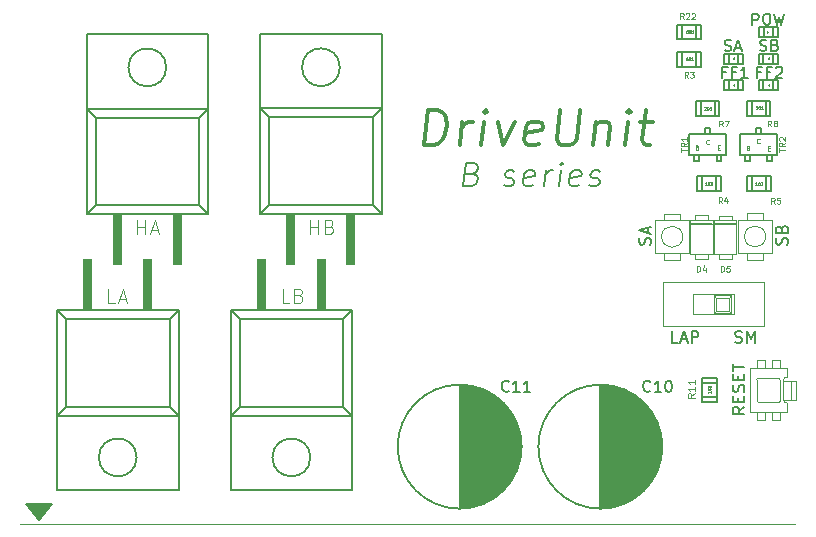
<source format=gbr>
%TF.GenerationSoftware,KiCad,Pcbnew,(5.1.10)-1*%
%TF.CreationDate,2022-09-21T12:49:22+09:00*%
%TF.ProjectId,(KiCad)DriveUnit_B-series(ver2.0),284b6943-6164-4294-9472-697665556e69,rev?*%
%TF.SameCoordinates,Original*%
%TF.FileFunction,Legend,Top*%
%TF.FilePolarity,Positive*%
%FSLAX46Y46*%
G04 Gerber Fmt 4.6, Leading zero omitted, Abs format (unit mm)*
G04 Created by KiCad (PCBNEW (5.1.10)-1) date 2022-09-21 12:49:22*
%MOMM*%
%LPD*%
G01*
G04 APERTURE LIST*
%ADD10C,0.070000*%
%ADD11C,0.200000*%
%ADD12C,0.300000*%
%ADD13C,0.150000*%
%ADD14C,0.050000*%
%ADD15C,0.100000*%
%ADD16C,0.152400*%
%ADD17C,0.127000*%
%ADD18C,0.020320*%
%ADD19C,0.032000*%
G04 APERTURE END LIST*
D10*
X175020952Y-101646190D02*
X175020952Y-101146190D01*
X175140000Y-101146190D01*
X175211428Y-101170000D01*
X175259047Y-101217619D01*
X175282857Y-101265238D01*
X175306666Y-101360476D01*
X175306666Y-101431904D01*
X175282857Y-101527142D01*
X175259047Y-101574761D01*
X175211428Y-101622380D01*
X175140000Y-101646190D01*
X175020952Y-101646190D01*
X175759047Y-101146190D02*
X175520952Y-101146190D01*
X175497142Y-101384285D01*
X175520952Y-101360476D01*
X175568571Y-101336666D01*
X175687619Y-101336666D01*
X175735238Y-101360476D01*
X175759047Y-101384285D01*
X175782857Y-101431904D01*
X175782857Y-101550952D01*
X175759047Y-101598571D01*
X175735238Y-101622380D01*
X175687619Y-101646190D01*
X175568571Y-101646190D01*
X175520952Y-101622380D01*
X175497142Y-101598571D01*
X173010952Y-101646190D02*
X173010952Y-101146190D01*
X173130000Y-101146190D01*
X173201428Y-101170000D01*
X173249047Y-101217619D01*
X173272857Y-101265238D01*
X173296666Y-101360476D01*
X173296666Y-101431904D01*
X173272857Y-101527142D01*
X173249047Y-101574761D01*
X173201428Y-101622380D01*
X173130000Y-101646190D01*
X173010952Y-101646190D01*
X173725238Y-101312857D02*
X173725238Y-101646190D01*
X173606190Y-101122380D02*
X173487142Y-101479523D01*
X173796666Y-101479523D01*
D11*
G36*
X117300000Y-122690000D02*
G01*
X116220000Y-121320000D01*
X118360000Y-121320000D01*
X117300000Y-122690000D01*
G37*
X117300000Y-122690000D02*
X116220000Y-121320000D01*
X118360000Y-121320000D01*
X117300000Y-122690000D01*
X153991488Y-93367142D02*
X154265297Y-93462380D01*
X154348630Y-93557619D01*
X154420059Y-93748095D01*
X154384345Y-94033809D01*
X154265297Y-94224285D01*
X154158154Y-94319523D01*
X153955773Y-94414761D01*
X153193869Y-94414761D01*
X153443869Y-92414761D01*
X154110535Y-92414761D01*
X154289107Y-92510000D01*
X154372440Y-92605238D01*
X154443869Y-92795714D01*
X154420059Y-92986190D01*
X154301011Y-93176666D01*
X154193869Y-93271904D01*
X153991488Y-93367142D01*
X153324821Y-93367142D01*
X156634345Y-94319523D02*
X156812916Y-94414761D01*
X157193869Y-94414761D01*
X157396250Y-94319523D01*
X157515297Y-94129047D01*
X157527202Y-94033809D01*
X157455773Y-93843333D01*
X157277202Y-93748095D01*
X156991488Y-93748095D01*
X156812916Y-93652857D01*
X156741488Y-93462380D01*
X156753392Y-93367142D01*
X156872440Y-93176666D01*
X157074821Y-93081428D01*
X157360535Y-93081428D01*
X157539107Y-93176666D01*
X159110535Y-94319523D02*
X158908154Y-94414761D01*
X158527202Y-94414761D01*
X158348630Y-94319523D01*
X158277202Y-94129047D01*
X158372440Y-93367142D01*
X158491488Y-93176666D01*
X158693869Y-93081428D01*
X159074821Y-93081428D01*
X159253392Y-93176666D01*
X159324821Y-93367142D01*
X159301011Y-93557619D01*
X158324821Y-93748095D01*
X160051011Y-94414761D02*
X160217678Y-93081428D01*
X160170059Y-93462380D02*
X160289107Y-93271904D01*
X160396250Y-93176666D01*
X160598630Y-93081428D01*
X160789107Y-93081428D01*
X161289107Y-94414761D02*
X161455773Y-93081428D01*
X161539107Y-92414761D02*
X161431964Y-92510000D01*
X161515297Y-92605238D01*
X161622440Y-92510000D01*
X161539107Y-92414761D01*
X161515297Y-92605238D01*
X163015297Y-94319523D02*
X162812916Y-94414761D01*
X162431964Y-94414761D01*
X162253392Y-94319523D01*
X162181964Y-94129047D01*
X162277202Y-93367142D01*
X162396250Y-93176666D01*
X162598630Y-93081428D01*
X162979583Y-93081428D01*
X163158154Y-93176666D01*
X163229583Y-93367142D01*
X163205773Y-93557619D01*
X162229583Y-93748095D01*
X163872440Y-94319523D02*
X164051011Y-94414761D01*
X164431964Y-94414761D01*
X164634345Y-94319523D01*
X164753392Y-94129047D01*
X164765297Y-94033809D01*
X164693869Y-93843333D01*
X164515297Y-93748095D01*
X164229583Y-93748095D01*
X164051011Y-93652857D01*
X163979583Y-93462380D01*
X163991488Y-93367142D01*
X164110535Y-93176666D01*
X164312916Y-93081428D01*
X164598630Y-93081428D01*
X164777202Y-93176666D01*
D12*
X149895089Y-90947142D02*
X150270089Y-87947142D01*
X150984375Y-87947142D01*
X151395089Y-88090000D01*
X151645089Y-88375714D01*
X151752232Y-88661428D01*
X151823660Y-89232857D01*
X151770089Y-89661428D01*
X151555803Y-90232857D01*
X151377232Y-90518571D01*
X151055803Y-90804285D01*
X150609375Y-90947142D01*
X149895089Y-90947142D01*
X152895089Y-90947142D02*
X153145089Y-88947142D01*
X153073660Y-89518571D02*
X153252232Y-89232857D01*
X153412946Y-89090000D01*
X153716517Y-88947142D01*
X154002232Y-88947142D01*
X154752232Y-90947142D02*
X155002232Y-88947142D01*
X155127232Y-87947142D02*
X154966517Y-88090000D01*
X155091517Y-88232857D01*
X155252232Y-88090000D01*
X155127232Y-87947142D01*
X155091517Y-88232857D01*
X156145089Y-88947142D02*
X156609375Y-90947142D01*
X157573660Y-88947142D01*
X159627232Y-90804285D02*
X159323660Y-90947142D01*
X158752232Y-90947142D01*
X158484375Y-90804285D01*
X158377232Y-90518571D01*
X158520089Y-89375714D01*
X158698660Y-89090000D01*
X159002232Y-88947142D01*
X159573660Y-88947142D01*
X159841517Y-89090000D01*
X159948660Y-89375714D01*
X159912946Y-89661428D01*
X158448660Y-89947142D01*
X161412946Y-87947142D02*
X161109375Y-90375714D01*
X161216517Y-90661428D01*
X161341517Y-90804285D01*
X161609375Y-90947142D01*
X162180803Y-90947142D01*
X162484375Y-90804285D01*
X162645089Y-90661428D01*
X162823660Y-90375714D01*
X163127232Y-87947142D01*
X164430803Y-88947142D02*
X164180803Y-90947142D01*
X164395089Y-89232857D02*
X164555803Y-89090000D01*
X164859375Y-88947142D01*
X165287946Y-88947142D01*
X165555803Y-89090000D01*
X165662946Y-89375714D01*
X165466517Y-90947142D01*
X166895089Y-90947142D02*
X167145089Y-88947142D01*
X167270089Y-87947142D02*
X167109375Y-88090000D01*
X167234375Y-88232857D01*
X167395089Y-88090000D01*
X167270089Y-87947142D01*
X167234375Y-88232857D01*
X168145089Y-88947142D02*
X169287946Y-88947142D01*
X168698660Y-87947142D02*
X168377232Y-90518571D01*
X168484375Y-90804285D01*
X168752232Y-90947142D01*
X169037946Y-90947142D01*
D13*
X176232857Y-107624761D02*
X176375714Y-107672380D01*
X176613809Y-107672380D01*
X176709047Y-107624761D01*
X176756666Y-107577142D01*
X176804285Y-107481904D01*
X176804285Y-107386666D01*
X176756666Y-107291428D01*
X176709047Y-107243809D01*
X176613809Y-107196190D01*
X176423333Y-107148571D01*
X176328095Y-107100952D01*
X176280476Y-107053333D01*
X176232857Y-106958095D01*
X176232857Y-106862857D01*
X176280476Y-106767619D01*
X176328095Y-106720000D01*
X176423333Y-106672380D01*
X176661428Y-106672380D01*
X176804285Y-106720000D01*
X177232857Y-107672380D02*
X177232857Y-106672380D01*
X177566190Y-107386666D01*
X177899523Y-106672380D01*
X177899523Y-107672380D01*
X171360952Y-107672380D02*
X170884761Y-107672380D01*
X170884761Y-106672380D01*
X171646666Y-107386666D02*
X172122857Y-107386666D01*
X171551428Y-107672380D02*
X171884761Y-106672380D01*
X172218095Y-107672380D01*
X172551428Y-107672380D02*
X172551428Y-106672380D01*
X172932380Y-106672380D01*
X173027619Y-106720000D01*
X173075238Y-106767619D01*
X173122857Y-106862857D01*
X173122857Y-107005714D01*
X173075238Y-107100952D01*
X173027619Y-107148571D01*
X172932380Y-107196190D01*
X172551428Y-107196190D01*
X177012380Y-113092380D02*
X176536190Y-113425714D01*
X177012380Y-113663809D02*
X176012380Y-113663809D01*
X176012380Y-113282857D01*
X176060000Y-113187619D01*
X176107619Y-113140000D01*
X176202857Y-113092380D01*
X176345714Y-113092380D01*
X176440952Y-113140000D01*
X176488571Y-113187619D01*
X176536190Y-113282857D01*
X176536190Y-113663809D01*
X176488571Y-112663809D02*
X176488571Y-112330476D01*
X177012380Y-112187619D02*
X177012380Y-112663809D01*
X176012380Y-112663809D01*
X176012380Y-112187619D01*
X176964761Y-111806666D02*
X177012380Y-111663809D01*
X177012380Y-111425714D01*
X176964761Y-111330476D01*
X176917142Y-111282857D01*
X176821904Y-111235238D01*
X176726666Y-111235238D01*
X176631428Y-111282857D01*
X176583809Y-111330476D01*
X176536190Y-111425714D01*
X176488571Y-111616190D01*
X176440952Y-111711428D01*
X176393333Y-111759047D01*
X176298095Y-111806666D01*
X176202857Y-111806666D01*
X176107619Y-111759047D01*
X176060000Y-111711428D01*
X176012380Y-111616190D01*
X176012380Y-111378095D01*
X176060000Y-111235238D01*
X176488571Y-110806666D02*
X176488571Y-110473333D01*
X177012380Y-110330476D02*
X177012380Y-110806666D01*
X176012380Y-110806666D01*
X176012380Y-110330476D01*
X176012380Y-110044761D02*
X176012380Y-109473333D01*
X177012380Y-109759047D02*
X176012380Y-109759047D01*
D14*
X115661100Y-123003600D02*
X181341100Y-123003600D01*
D13*
X177684790Y-80758361D02*
X177684790Y-79808361D01*
X178046695Y-79808361D01*
X178137171Y-79853600D01*
X178182409Y-79898838D01*
X178227647Y-79989314D01*
X178227647Y-80125028D01*
X178182409Y-80215504D01*
X178137171Y-80260742D01*
X178046695Y-80305980D01*
X177684790Y-80305980D01*
X178815742Y-79808361D02*
X178996695Y-79808361D01*
X179087171Y-79853600D01*
X179177647Y-79944076D01*
X179222885Y-80125028D01*
X179222885Y-80441695D01*
X179177647Y-80622647D01*
X179087171Y-80713123D01*
X178996695Y-80758361D01*
X178815742Y-80758361D01*
X178725266Y-80713123D01*
X178634790Y-80622647D01*
X178589552Y-80441695D01*
X178589552Y-80125028D01*
X178634790Y-79944076D01*
X178725266Y-79853600D01*
X178815742Y-79808361D01*
X179539552Y-79808361D02*
X179765742Y-80758361D01*
X179946695Y-80079790D01*
X180127647Y-80758361D01*
X180353838Y-79808361D01*
X175349552Y-82913123D02*
X175485266Y-82958361D01*
X175711457Y-82958361D01*
X175801933Y-82913123D01*
X175847171Y-82867885D01*
X175892409Y-82777409D01*
X175892409Y-82686933D01*
X175847171Y-82596457D01*
X175801933Y-82551219D01*
X175711457Y-82505980D01*
X175530504Y-82460742D01*
X175440028Y-82415504D01*
X175394790Y-82370266D01*
X175349552Y-82279790D01*
X175349552Y-82189314D01*
X175394790Y-82098838D01*
X175440028Y-82053600D01*
X175530504Y-82008361D01*
X175756695Y-82008361D01*
X175892409Y-82053600D01*
X176254314Y-82686933D02*
X176706695Y-82686933D01*
X176163838Y-82958361D02*
X176480504Y-82008361D01*
X176797171Y-82958361D01*
X178339552Y-82913123D02*
X178475266Y-82958361D01*
X178701457Y-82958361D01*
X178791933Y-82913123D01*
X178837171Y-82867885D01*
X178882409Y-82777409D01*
X178882409Y-82686933D01*
X178837171Y-82596457D01*
X178791933Y-82551219D01*
X178701457Y-82505980D01*
X178520504Y-82460742D01*
X178430028Y-82415504D01*
X178384790Y-82370266D01*
X178339552Y-82279790D01*
X178339552Y-82189314D01*
X178384790Y-82098838D01*
X178430028Y-82053600D01*
X178520504Y-82008361D01*
X178746695Y-82008361D01*
X178882409Y-82053600D01*
X179606219Y-82460742D02*
X179741933Y-82505980D01*
X179787171Y-82551219D01*
X179832409Y-82641695D01*
X179832409Y-82777409D01*
X179787171Y-82867885D01*
X179741933Y-82913123D01*
X179651457Y-82958361D01*
X179289552Y-82958361D01*
X179289552Y-82008361D01*
X179606219Y-82008361D01*
X179696695Y-82053600D01*
X179741933Y-82098838D01*
X179787171Y-82189314D01*
X179787171Y-82279790D01*
X179741933Y-82370266D01*
X179696695Y-82415504D01*
X179606219Y-82460742D01*
X179289552Y-82460742D01*
X175471457Y-84760742D02*
X175154790Y-84760742D01*
X175154790Y-85258361D02*
X175154790Y-84308361D01*
X175607171Y-84308361D01*
X176285742Y-84760742D02*
X175969076Y-84760742D01*
X175969076Y-85258361D02*
X175969076Y-84308361D01*
X176421457Y-84308361D01*
X177280980Y-85258361D02*
X176738123Y-85258361D01*
X177009552Y-85258361D02*
X177009552Y-84308361D01*
X176919076Y-84444076D01*
X176828600Y-84534552D01*
X176738123Y-84579790D01*
X178401457Y-84760742D02*
X178084790Y-84760742D01*
X178084790Y-85258361D02*
X178084790Y-84308361D01*
X178537171Y-84308361D01*
X179215742Y-84760742D02*
X178899076Y-84760742D01*
X178899076Y-85258361D02*
X178899076Y-84308361D01*
X179351457Y-84308361D01*
X179668123Y-84398838D02*
X179713361Y-84353600D01*
X179803838Y-84308361D01*
X180030028Y-84308361D01*
X180120504Y-84353600D01*
X180165742Y-84398838D01*
X180210980Y-84489314D01*
X180210980Y-84579790D01*
X180165742Y-84715504D01*
X179622885Y-85258361D01*
X180210980Y-85258361D01*
D15*
%TO.C,LED5*%
G36*
X179153600Y-85726600D02*
G01*
X179153600Y-85980600D01*
X178899600Y-85853600D01*
X179153600Y-85726600D01*
G37*
D16*
X179426100Y-85453600D02*
X179426100Y-86253600D01*
X178626100Y-85453600D02*
X178626100Y-86253600D01*
X179826100Y-86253600D02*
X179826100Y-85453600D01*
X179426100Y-86253600D02*
X179826100Y-86253600D01*
X178626100Y-86253600D02*
X179426100Y-86253600D01*
X178226100Y-86253600D02*
X178626100Y-86253600D01*
X178226100Y-85453600D02*
X178226100Y-86253600D01*
X178626100Y-85453600D02*
X178226100Y-85453600D01*
X179426100Y-85453600D02*
X178626100Y-85453600D01*
X179826100Y-85453600D02*
X179426100Y-85453600D01*
D17*
%TO.C,HA*%
X128061100Y-84353600D02*
G75*
G03*
X128061100Y-84353600I-1600000J0D01*
G01*
X131604600Y-81559600D02*
X131604600Y-87833400D01*
X121317600Y-81559600D02*
X131604600Y-81559600D01*
X121317600Y-87833400D02*
X121317600Y-81559600D01*
X131604600Y-96799600D02*
X130842600Y-96037600D01*
X131604600Y-87833400D02*
X130842600Y-88595400D01*
X121317600Y-96799600D02*
X122079600Y-96037600D01*
X121317600Y-87833400D02*
X122079600Y-88595400D01*
X130842600Y-88595400D02*
X122079600Y-88595400D01*
X130842600Y-96037600D02*
X130842600Y-88595400D01*
X122079600Y-96037600D02*
X130842600Y-96037600D01*
X122079600Y-88595400D02*
X122079600Y-96037600D01*
X121317600Y-87833400D02*
X121317600Y-96799600D01*
X131604600Y-87833400D02*
X121317600Y-87833400D01*
X131604600Y-96799600D02*
X131604600Y-87833400D01*
X121317600Y-96799600D02*
X131604600Y-96799600D01*
D15*
G36*
X128620100Y-101117600D02*
G01*
X129382100Y-101117600D01*
X129382100Y-96799600D01*
X128620100Y-96799600D01*
X128620100Y-101117600D01*
G37*
G36*
X123540100Y-101117600D02*
G01*
X124302100Y-101117600D01*
X124302100Y-96799600D01*
X123540100Y-96799600D01*
X123540100Y-101117600D01*
G37*
D17*
%TO.C,HB*%
X142761100Y-84343600D02*
G75*
G03*
X142761100Y-84343600I-1600000J0D01*
G01*
X146304600Y-81549600D02*
X146304600Y-87823400D01*
X136017600Y-81549600D02*
X146304600Y-81549600D01*
X136017600Y-87823400D02*
X136017600Y-81549600D01*
X146304600Y-96789600D02*
X145542600Y-96027600D01*
X146304600Y-87823400D02*
X145542600Y-88585400D01*
X136017600Y-96789600D02*
X136779600Y-96027600D01*
X136017600Y-87823400D02*
X136779600Y-88585400D01*
X145542600Y-88585400D02*
X136779600Y-88585400D01*
X145542600Y-96027600D02*
X145542600Y-88585400D01*
X136779600Y-96027600D02*
X145542600Y-96027600D01*
X136779600Y-88585400D02*
X136779600Y-96027600D01*
X136017600Y-87823400D02*
X136017600Y-96789600D01*
X146304600Y-87823400D02*
X136017600Y-87823400D01*
X146304600Y-96789600D02*
X146304600Y-87823400D01*
X136017600Y-96789600D02*
X146304600Y-96789600D01*
D15*
G36*
X143320100Y-101107600D02*
G01*
X144082100Y-101107600D01*
X144082100Y-96789600D01*
X143320100Y-96789600D01*
X143320100Y-101107600D01*
G37*
G36*
X138240100Y-101107600D02*
G01*
X139002100Y-101107600D01*
X139002100Y-96789600D01*
X138240100Y-96789600D01*
X138240100Y-101107600D01*
G37*
D17*
%TO.C,LA*%
X125561100Y-117373600D02*
G75*
G03*
X125561100Y-117373600I-1600000J0D01*
G01*
X118817600Y-120167600D02*
X118817600Y-113893800D01*
X129104600Y-120167600D02*
X118817600Y-120167600D01*
X129104600Y-113893800D02*
X129104600Y-120167600D01*
X118817600Y-104927600D02*
X119579600Y-105689600D01*
X118817600Y-113893800D02*
X119579600Y-113131800D01*
X129104600Y-104927600D02*
X128342600Y-105689600D01*
X129104600Y-113893800D02*
X128342600Y-113131800D01*
X119579600Y-113131800D02*
X128342600Y-113131800D01*
X119579600Y-105689600D02*
X119579600Y-113131800D01*
X128342600Y-105689600D02*
X119579600Y-105689600D01*
X128342600Y-113131800D02*
X128342600Y-105689600D01*
X129104600Y-113893800D02*
X129104600Y-104927600D01*
X118817600Y-113893800D02*
X129104600Y-113893800D01*
X118817600Y-104927600D02*
X118817600Y-113893800D01*
X129104600Y-104927600D02*
X118817600Y-104927600D01*
D15*
G36*
X121802100Y-100609600D02*
G01*
X121040100Y-100609600D01*
X121040100Y-104927600D01*
X121802100Y-104927600D01*
X121802100Y-100609600D01*
G37*
G36*
X126882100Y-100609600D02*
G01*
X126120100Y-100609600D01*
X126120100Y-104927600D01*
X126882100Y-104927600D01*
X126882100Y-100609600D01*
G37*
D17*
%TO.C,LB*%
X140261100Y-117373600D02*
G75*
G03*
X140261100Y-117373600I-1600000J0D01*
G01*
X133517600Y-120167600D02*
X133517600Y-113893800D01*
X143804600Y-120167600D02*
X133517600Y-120167600D01*
X143804600Y-113893800D02*
X143804600Y-120167600D01*
X133517600Y-104927600D02*
X134279600Y-105689600D01*
X133517600Y-113893800D02*
X134279600Y-113131800D01*
X143804600Y-104927600D02*
X143042600Y-105689600D01*
X143804600Y-113893800D02*
X143042600Y-113131800D01*
X134279600Y-113131800D02*
X143042600Y-113131800D01*
X134279600Y-105689600D02*
X134279600Y-113131800D01*
X143042600Y-105689600D02*
X134279600Y-105689600D01*
X143042600Y-113131800D02*
X143042600Y-105689600D01*
X143804600Y-113893800D02*
X143804600Y-104927600D01*
X133517600Y-113893800D02*
X143804600Y-113893800D01*
X133517600Y-104927600D02*
X133517600Y-113893800D01*
X143804600Y-104927600D02*
X133517600Y-104927600D01*
D15*
G36*
X136502100Y-100609600D02*
G01*
X135740100Y-100609600D01*
X135740100Y-104927600D01*
X136502100Y-104927600D01*
X136502100Y-100609600D01*
G37*
G36*
X141582100Y-100609600D02*
G01*
X140820100Y-100609600D01*
X140820100Y-104927600D01*
X141582100Y-104927600D01*
X141582100Y-100609600D01*
G37*
%TO.C,C10*%
G36*
X164821100Y-111213600D02*
G01*
X164821100Y-121713600D01*
X165305509Y-121691204D01*
X165785785Y-121624209D01*
X166257831Y-121513185D01*
X166717619Y-121359079D01*
X167161226Y-121163207D01*
X167584869Y-120927240D01*
X167984932Y-120653190D01*
X168358002Y-120343397D01*
X168700897Y-120000502D01*
X169010690Y-119627432D01*
X169284740Y-119227369D01*
X169520707Y-118803726D01*
X169716579Y-118360119D01*
X169870685Y-117900331D01*
X169981709Y-117428285D01*
X170071100Y-116463600D01*
X170048704Y-115979191D01*
X169981709Y-115498915D01*
X169870685Y-115026869D01*
X169716579Y-114567081D01*
X169520707Y-114123474D01*
X169284740Y-113699831D01*
X169010690Y-113299768D01*
X168700897Y-112926698D01*
X168358002Y-112583803D01*
X167984932Y-112274010D01*
X167584869Y-111999960D01*
X167161226Y-111763993D01*
X166717619Y-111568121D01*
X166257831Y-111414015D01*
X165785785Y-111302991D01*
X165305509Y-111235996D01*
X164821100Y-111213600D01*
G37*
D16*
X164821100Y-121713600D02*
X164821100Y-111213600D01*
D11*
X170071100Y-116463600D02*
G75*
G03*
X170071100Y-116463600I-5250000J0D01*
G01*
D15*
%TO.C,C11*%
G36*
X152910000Y-111213600D02*
G01*
X152910000Y-121713600D01*
X153394409Y-121691204D01*
X153874685Y-121624209D01*
X154346731Y-121513185D01*
X154806519Y-121359079D01*
X155250126Y-121163207D01*
X155673769Y-120927240D01*
X156073832Y-120653190D01*
X156446902Y-120343397D01*
X156789797Y-120000502D01*
X157099590Y-119627432D01*
X157373640Y-119227369D01*
X157609607Y-118803726D01*
X157805479Y-118360119D01*
X157959585Y-117900331D01*
X158070609Y-117428285D01*
X158160000Y-116463600D01*
X158137604Y-115979191D01*
X158070609Y-115498915D01*
X157959585Y-115026869D01*
X157805479Y-114567081D01*
X157609607Y-114123474D01*
X157373640Y-113699831D01*
X157099590Y-113299768D01*
X156789797Y-112926698D01*
X156446902Y-112583803D01*
X156073832Y-112274010D01*
X155673769Y-111999960D01*
X155250126Y-111763993D01*
X154806519Y-111568121D01*
X154346731Y-111414015D01*
X153874685Y-111302991D01*
X153394409Y-111235996D01*
X152910000Y-111213600D01*
G37*
D16*
X152910000Y-121713600D02*
X152910000Y-111213600D01*
D11*
X158160000Y-116463600D02*
G75*
G03*
X158160000Y-116463600I-5250000J0D01*
G01*
D16*
%TO.C,D4*%
X174291100Y-97596100D02*
X172491100Y-97596100D01*
D14*
X172841100Y-97233600D02*
X172441100Y-97233600D01*
X173941100Y-97233600D02*
X172841100Y-97233600D01*
X174341100Y-97233600D02*
X173941100Y-97233600D01*
X173941100Y-100533600D02*
X173941100Y-100133600D01*
X172841100Y-100533600D02*
X173941100Y-100533600D01*
X172841100Y-100133600D02*
X172841100Y-100533600D01*
X173941100Y-100133600D02*
X172841100Y-100133600D01*
X172841100Y-96883600D02*
X173941100Y-96883600D01*
X172841100Y-97233600D02*
X172841100Y-96883600D01*
X173941100Y-96883600D02*
X173941100Y-97233600D01*
X172441100Y-100133600D02*
X172441100Y-97233600D01*
X172841100Y-100133600D02*
X172441100Y-100133600D01*
X174341100Y-100133600D02*
X173941100Y-100133600D01*
X174341100Y-97233600D02*
X174341100Y-100133600D01*
D16*
%TO.C,D5*%
X176291100Y-97616100D02*
X174491100Y-97616100D01*
D14*
X174841100Y-97253600D02*
X174441100Y-97253600D01*
X175941100Y-97253600D02*
X174841100Y-97253600D01*
X176341100Y-97253600D02*
X175941100Y-97253600D01*
X175941100Y-100553600D02*
X175941100Y-100153600D01*
X174841100Y-100553600D02*
X175941100Y-100553600D01*
X174841100Y-100153600D02*
X174841100Y-100553600D01*
X175941100Y-100153600D02*
X174841100Y-100153600D01*
X174841100Y-96903600D02*
X175941100Y-96903600D01*
X174841100Y-97253600D02*
X174841100Y-96903600D01*
X175941100Y-96903600D02*
X175941100Y-97253600D01*
X174441100Y-100153600D02*
X174441100Y-97253600D01*
X174841100Y-100153600D02*
X174441100Y-100153600D01*
X176341100Y-100153600D02*
X175941100Y-100153600D01*
X176341100Y-97253600D02*
X176341100Y-100153600D01*
D15*
%TO.C,LED1*%
G36*
X176213600Y-83506600D02*
G01*
X176213600Y-83760600D01*
X175959600Y-83633600D01*
X176213600Y-83506600D01*
G37*
D16*
X176486100Y-83233600D02*
X176486100Y-84033600D01*
X175686100Y-83233600D02*
X175686100Y-84033600D01*
X176886100Y-84033600D02*
X176886100Y-83233600D01*
X176486100Y-84033600D02*
X176886100Y-84033600D01*
X175686100Y-84033600D02*
X176486100Y-84033600D01*
X175286100Y-84033600D02*
X175686100Y-84033600D01*
X175286100Y-83233600D02*
X175286100Y-84033600D01*
X175686100Y-83233600D02*
X175286100Y-83233600D01*
X176486100Y-83233600D02*
X175686100Y-83233600D01*
X176886100Y-83233600D02*
X176486100Y-83233600D01*
D15*
%TO.C,LED2*%
G36*
X179153600Y-83506600D02*
G01*
X179153600Y-83760600D01*
X178899600Y-83633600D01*
X179153600Y-83506600D01*
G37*
D16*
X179426100Y-83233600D02*
X179426100Y-84033600D01*
X178626100Y-83233600D02*
X178626100Y-84033600D01*
X179826100Y-84033600D02*
X179826100Y-83233600D01*
X179426100Y-84033600D02*
X179826100Y-84033600D01*
X178626100Y-84033600D02*
X179426100Y-84033600D01*
X178226100Y-84033600D02*
X178626100Y-84033600D01*
X178226100Y-83233600D02*
X178226100Y-84033600D01*
X178626100Y-83233600D02*
X178226100Y-83233600D01*
X179426100Y-83233600D02*
X178626100Y-83233600D01*
X179826100Y-83233600D02*
X179426100Y-83233600D01*
D15*
%TO.C,LED3*%
G36*
X178928600Y-81500600D02*
G01*
X178928600Y-81246600D01*
X179182600Y-81373600D01*
X178928600Y-81500600D01*
G37*
D16*
X178656100Y-81773600D02*
X178656100Y-80973600D01*
X179456100Y-81773600D02*
X179456100Y-80973600D01*
X178256100Y-80973600D02*
X178256100Y-81773600D01*
X178656100Y-80973600D02*
X178256100Y-80973600D01*
X179456100Y-80973600D02*
X178656100Y-80973600D01*
X179856100Y-80973600D02*
X179456100Y-80973600D01*
X179856100Y-81773600D02*
X179856100Y-80973600D01*
X179456100Y-81773600D02*
X179856100Y-81773600D01*
X178656100Y-81773600D02*
X179456100Y-81773600D01*
X178256100Y-81773600D02*
X178656100Y-81773600D01*
D15*
%TO.C,LED4*%
G36*
X176213600Y-85726600D02*
G01*
X176213600Y-85980600D01*
X175959600Y-85853600D01*
X176213600Y-85726600D01*
G37*
D16*
X176486100Y-85453600D02*
X176486100Y-86253600D01*
X175686100Y-85453600D02*
X175686100Y-86253600D01*
X176886100Y-86253600D02*
X176886100Y-85453600D01*
X176486100Y-86253600D02*
X176886100Y-86253600D01*
X175686100Y-86253600D02*
X176486100Y-86253600D01*
X175286100Y-86253600D02*
X175686100Y-86253600D01*
X175286100Y-85453600D02*
X175286100Y-86253600D01*
X175686100Y-85453600D02*
X175286100Y-85453600D01*
X176486100Y-85453600D02*
X175686100Y-85453600D01*
X176886100Y-85453600D02*
X176486100Y-85453600D01*
D17*
%TO.C,R11*%
X173435000Y-111070000D02*
X174685000Y-111070000D01*
X173435000Y-112270000D02*
X174685000Y-112270000D01*
X173435000Y-112670000D02*
X174685000Y-112670000D01*
X173435000Y-112270000D02*
X173435000Y-112670000D01*
X173435000Y-111070000D02*
X173435000Y-112270000D01*
X173435000Y-110670000D02*
X173435000Y-111070000D01*
X174685000Y-110670000D02*
X173435000Y-110670000D01*
X174685000Y-111070000D02*
X174685000Y-110670000D01*
X174685000Y-112270000D02*
X174685000Y-111070000D01*
X174685000Y-112670000D02*
X174685000Y-112270000D01*
%TO.C,R22*%
X172941100Y-80728600D02*
X172941100Y-81978600D01*
X171741100Y-80728600D02*
X171741100Y-81978600D01*
X171341100Y-80728600D02*
X171341100Y-81978600D01*
X171741100Y-80728600D02*
X171341100Y-80728600D01*
X172941100Y-80728600D02*
X171741100Y-80728600D01*
X173341100Y-80728600D02*
X172941100Y-80728600D01*
X173341100Y-81978600D02*
X173341100Y-80728600D01*
X172941100Y-81978600D02*
X173341100Y-81978600D01*
X171741100Y-81978600D02*
X172941100Y-81978600D01*
X171341100Y-81978600D02*
X171741100Y-81978600D01*
%TO.C,R3*%
X172911100Y-83038600D02*
X172911100Y-84288600D01*
X171711100Y-83038600D02*
X171711100Y-84288600D01*
X171311100Y-83038600D02*
X171311100Y-84288600D01*
X171711100Y-83038600D02*
X171311100Y-83038600D01*
X172911100Y-83038600D02*
X171711100Y-83038600D01*
X173311100Y-83038600D02*
X172911100Y-83038600D01*
X173311100Y-84288600D02*
X173311100Y-83038600D01*
X172911100Y-84288600D02*
X173311100Y-84288600D01*
X171711100Y-84288600D02*
X172911100Y-84288600D01*
X171311100Y-84288600D02*
X171711100Y-84288600D01*
%TO.C,R4*%
X174621100Y-93575000D02*
X174621100Y-94825000D01*
X173421100Y-93575000D02*
X173421100Y-94825000D01*
X173021100Y-93575000D02*
X173021100Y-94825000D01*
X173421100Y-93575000D02*
X173021100Y-93575000D01*
X174621100Y-93575000D02*
X173421100Y-93575000D01*
X175021100Y-93575000D02*
X174621100Y-93575000D01*
X175021100Y-94825000D02*
X175021100Y-93575000D01*
X174621100Y-94825000D02*
X175021100Y-94825000D01*
X173421100Y-94825000D02*
X174621100Y-94825000D01*
X173021100Y-94825000D02*
X173421100Y-94825000D01*
%TO.C,R5*%
X177651100Y-94825000D02*
X177651100Y-93575000D01*
X178851100Y-94825000D02*
X178851100Y-93575000D01*
X179251100Y-94825000D02*
X179251100Y-93575000D01*
X178851100Y-94825000D02*
X179251100Y-94825000D01*
X177651100Y-94825000D02*
X178851100Y-94825000D01*
X177251100Y-94825000D02*
X177651100Y-94825000D01*
X177251100Y-93575000D02*
X177251100Y-94825000D01*
X177651100Y-93575000D02*
X177251100Y-93575000D01*
X178851100Y-93575000D02*
X177651100Y-93575000D01*
X179251100Y-93575000D02*
X178851100Y-93575000D01*
%TO.C,R7*%
X173301100Y-88428600D02*
X173301100Y-87178600D01*
X174501100Y-88428600D02*
X174501100Y-87178600D01*
X174901100Y-88428600D02*
X174901100Y-87178600D01*
X174501100Y-88428600D02*
X174901100Y-88428600D01*
X173301100Y-88428600D02*
X174501100Y-88428600D01*
X172901100Y-88428600D02*
X173301100Y-88428600D01*
X172901100Y-87178600D02*
X172901100Y-88428600D01*
X173301100Y-87178600D02*
X172901100Y-87178600D01*
X174501100Y-87178600D02*
X173301100Y-87178600D01*
X174901100Y-87178600D02*
X174501100Y-87178600D01*
%TO.C,R8*%
X178821100Y-87178600D02*
X178821100Y-88428600D01*
X177621100Y-87178600D02*
X177621100Y-88428600D01*
X177221100Y-87178600D02*
X177221100Y-88428600D01*
X177621100Y-87178600D02*
X177221100Y-87178600D01*
X178821100Y-87178600D02*
X177621100Y-87178600D01*
X179221100Y-87178600D02*
X178821100Y-87178600D01*
X179221100Y-88428600D02*
X179221100Y-87178600D01*
X178821100Y-88428600D02*
X179221100Y-88428600D01*
X177621100Y-88428600D02*
X178821100Y-88428600D01*
X177221100Y-88428600D02*
X177621100Y-88428600D01*
D14*
%TO.C,SA*%
X171801100Y-98688600D02*
G75*
G03*
X171801100Y-98688600I-900000J0D01*
G01*
X172351100Y-100088600D02*
X172351100Y-97288600D01*
X169451100Y-100088600D02*
X169451100Y-97288600D01*
X169451100Y-97288600D02*
X172351100Y-97288600D01*
X169451100Y-100088600D02*
X172351100Y-100088600D01*
X170251100Y-96738600D02*
X170251100Y-97288600D01*
X171551100Y-96738600D02*
X170251100Y-96738600D01*
X171551100Y-97288600D02*
X171551100Y-96738600D01*
X170251100Y-97288600D02*
X171551100Y-97288600D01*
X170251100Y-100088600D02*
X170251100Y-100638600D01*
X171551100Y-100088600D02*
X170251100Y-100088600D01*
X171551100Y-100638600D02*
X171551100Y-100088600D01*
X170251100Y-100638600D02*
X171551100Y-100638600D01*
%TO.C,SB*%
X178821100Y-98668600D02*
G75*
G03*
X178821100Y-98668600I-900000J0D01*
G01*
X176471100Y-97268600D02*
X176471100Y-100068600D01*
X179371100Y-97268600D02*
X179371100Y-100068600D01*
X179371100Y-100068600D02*
X176471100Y-100068600D01*
X179371100Y-97268600D02*
X176471100Y-97268600D01*
X178571100Y-100618600D02*
X178571100Y-100068600D01*
X177271100Y-100618600D02*
X178571100Y-100618600D01*
X177271100Y-100068600D02*
X177271100Y-100618600D01*
X178571100Y-100068600D02*
X177271100Y-100068600D01*
X178571100Y-97268600D02*
X178571100Y-96718600D01*
X177271100Y-97268600D02*
X178571100Y-97268600D01*
X177271100Y-96718600D02*
X177271100Y-97268600D01*
X178571100Y-96718600D02*
X177271100Y-96718600D01*
%TO.C,SW3*%
X178076100Y-110783600D02*
X178076100Y-112583600D01*
X179926100Y-110683600D02*
X178176100Y-110683600D01*
X180026100Y-112583600D02*
X180026100Y-110783600D01*
X178176100Y-112683600D02*
X179926100Y-112683600D01*
X181001100Y-112483600D02*
X181001100Y-110883600D01*
X180313600Y-110783600D02*
X180313600Y-110883600D01*
X180601100Y-109833600D02*
X180601100Y-110596100D01*
X180601100Y-113533600D02*
X180601100Y-112771100D01*
X181001100Y-112483600D02*
X181401100Y-112483600D01*
X180313600Y-112483600D02*
X181001100Y-112483600D01*
X180313600Y-110883600D02*
X180313600Y-112483600D01*
X181401100Y-110883600D02*
X181401100Y-112483600D01*
X181001100Y-110883600D02*
X181401100Y-110883600D01*
X180313600Y-110883600D02*
X181001100Y-110883600D01*
X178076100Y-109158600D02*
X178076100Y-109833600D01*
X178751100Y-109158600D02*
X178076100Y-109158600D01*
X178751100Y-109833600D02*
X178751100Y-109158600D01*
X178076100Y-109833600D02*
X178751100Y-109833600D01*
X179351100Y-109158600D02*
X179351100Y-109833600D01*
X180026100Y-109158600D02*
X179351100Y-109158600D01*
X180026100Y-109833600D02*
X180026100Y-109158600D01*
X179351100Y-109833600D02*
X180026100Y-109833600D01*
X178076100Y-113533600D02*
X178076100Y-114208600D01*
X178751100Y-113533600D02*
X178076100Y-113533600D01*
X178751100Y-114208600D02*
X178751100Y-113533600D01*
X178076100Y-114208600D02*
X178751100Y-114208600D01*
X179351100Y-113533600D02*
X179351100Y-114208600D01*
X180026100Y-113533600D02*
X179351100Y-113533600D01*
X180026100Y-114208600D02*
X180026100Y-113533600D01*
X179351100Y-114208600D02*
X180026100Y-114208600D01*
X180026100Y-113533600D02*
X180601100Y-113533600D01*
X178751100Y-113533600D02*
X179351100Y-113533600D01*
X177501100Y-113533600D02*
X178076100Y-113533600D01*
X180026100Y-109833600D02*
X180601100Y-109833600D01*
X178751100Y-109833600D02*
X179351100Y-109833600D01*
X177501100Y-109833600D02*
X178076100Y-109833600D01*
X177501100Y-113533600D02*
X177501100Y-109833600D01*
X178176100Y-112683600D02*
G75*
G02*
X178076100Y-112583600I0J100000D01*
G01*
X178076100Y-110783600D02*
G75*
G02*
X178176100Y-110683600I100000J0D01*
G01*
X179926099Y-110683599D02*
G75*
G02*
X180026100Y-110783600I0J-100001D01*
G01*
X180026099Y-112583599D02*
G75*
G02*
X179926100Y-112683600I-100000J-1D01*
G01*
X180313600Y-110783600D02*
G75*
G02*
X180601100Y-110596100I237500J-50000D01*
G01*
X180313600Y-112483600D02*
G75*
G03*
X180601100Y-112771100I287500J0D01*
G01*
%TO.C,SW4*%
X174601100Y-103863600D02*
X174401100Y-103663600D01*
X174601100Y-104963600D02*
X174401100Y-105163600D01*
X175701100Y-103863600D02*
X175901100Y-103663600D01*
X175701100Y-104963600D02*
X175901100Y-105163600D01*
X174601100Y-104963600D02*
X175701100Y-104963600D01*
X174601100Y-103863600D02*
X174601100Y-104963600D01*
X175701100Y-103863600D02*
X174601100Y-103863600D01*
X175701100Y-104963600D02*
X175701100Y-103863600D01*
X175901100Y-105163600D02*
X175901100Y-103663600D01*
X174401100Y-105163600D02*
X175901100Y-105163600D01*
X174401100Y-103663600D02*
X174401100Y-105163600D01*
X175901100Y-103663600D02*
X174401100Y-103663600D01*
X172651100Y-105263600D02*
X176151100Y-105263600D01*
X172651100Y-103563600D02*
X172651100Y-105263600D01*
X176151100Y-103563600D02*
X172651100Y-103563600D01*
X176151100Y-105263600D02*
X176151100Y-103563600D01*
X170151100Y-106263600D02*
X178651100Y-106263600D01*
X170151100Y-102563600D02*
X170151100Y-106263600D01*
X178651100Y-102563600D02*
X170151100Y-102563600D01*
X178651100Y-106263600D02*
X178651100Y-102563600D01*
D17*
%TO.C,TR1*%
X173711100Y-89525000D02*
X173711100Y-90025000D01*
X174111100Y-89525000D02*
X173711100Y-89525000D01*
X174111100Y-90025000D02*
X174111100Y-89525000D01*
X173711100Y-90025000D02*
X174111100Y-90025000D01*
X173161100Y-91775000D02*
X172761100Y-91775000D01*
X173161100Y-92275000D02*
X173161100Y-91775000D01*
X172761100Y-92275000D02*
X173161100Y-92275000D01*
X172761100Y-91775000D02*
X172761100Y-92275000D01*
X175061100Y-91775000D02*
X174661100Y-91775000D01*
X175061100Y-92275000D02*
X175061100Y-91775000D01*
X174661100Y-92275000D02*
X175061100Y-92275000D01*
X174661100Y-91775000D02*
X174661100Y-92275000D01*
X172361100Y-90025000D02*
X172361100Y-91775000D01*
X173711100Y-90025000D02*
X172361100Y-90025000D01*
X175461100Y-90025000D02*
X174111100Y-90025000D01*
X175461100Y-91775000D02*
X175461100Y-90025000D01*
X175061100Y-91775000D02*
X175461100Y-91775000D01*
X173161100Y-91775000D02*
X174661100Y-91775000D01*
X172361100Y-91775000D02*
X172761100Y-91775000D01*
%TO.C,TR2*%
X178011100Y-89525000D02*
X178011100Y-90025000D01*
X178411100Y-89525000D02*
X178011100Y-89525000D01*
X178411100Y-90025000D02*
X178411100Y-89525000D01*
X178011100Y-90025000D02*
X178411100Y-90025000D01*
X177461100Y-91775000D02*
X177061100Y-91775000D01*
X177461100Y-92275000D02*
X177461100Y-91775000D01*
X177061100Y-92275000D02*
X177461100Y-92275000D01*
X177061100Y-91775000D02*
X177061100Y-92275000D01*
X179361100Y-91775000D02*
X178961100Y-91775000D01*
X179361100Y-92275000D02*
X179361100Y-91775000D01*
X178961100Y-92275000D02*
X179361100Y-92275000D01*
X178961100Y-91775000D02*
X178961100Y-92275000D01*
X176661100Y-90025000D02*
X176661100Y-91775000D01*
X178011100Y-90025000D02*
X176661100Y-90025000D01*
X179761100Y-90025000D02*
X178411100Y-90025000D01*
X179761100Y-91775000D02*
X179761100Y-90025000D01*
X179361100Y-91775000D02*
X179761100Y-91775000D01*
X177461100Y-91775000D02*
X178961100Y-91775000D01*
X176661100Y-91775000D02*
X177061100Y-91775000D01*
%TO.C,HA*%
D15*
X125582261Y-98462547D02*
X125582261Y-97256047D01*
X125582261Y-97830571D02*
X126271690Y-97830571D01*
X126271690Y-98462547D02*
X126271690Y-97256047D01*
X126788761Y-98117833D02*
X127363285Y-98117833D01*
X126673857Y-98462547D02*
X127076023Y-97256047D01*
X127478190Y-98462547D01*
%TO.C,HB*%
X140242261Y-98462547D02*
X140242261Y-97256047D01*
X140242261Y-97830571D02*
X140931690Y-97830571D01*
X140931690Y-98462547D02*
X140931690Y-97256047D01*
X141908380Y-97830571D02*
X142080738Y-97888023D01*
X142138190Y-97945476D01*
X142195642Y-98060380D01*
X142195642Y-98232738D01*
X142138190Y-98347642D01*
X142080738Y-98405095D01*
X141965833Y-98462547D01*
X141506214Y-98462547D01*
X141506214Y-97256047D01*
X141908380Y-97256047D01*
X142023285Y-97313500D01*
X142080738Y-97370952D01*
X142138190Y-97485857D01*
X142138190Y-97600761D01*
X142080738Y-97715666D01*
X142023285Y-97773119D01*
X141908380Y-97830571D01*
X141506214Y-97830571D01*
%TO.C,LA*%
X123746785Y-104282547D02*
X123172261Y-104282547D01*
X123172261Y-103076047D01*
X124091500Y-103937833D02*
X124666023Y-103937833D01*
X123976595Y-104282547D02*
X124378761Y-103076047D01*
X124780928Y-104282547D01*
%TO.C,LB*%
X138486785Y-104282547D02*
X137912261Y-104282547D01*
X137912261Y-103076047D01*
X139291119Y-103650571D02*
X139463476Y-103708023D01*
X139520928Y-103765476D01*
X139578380Y-103880380D01*
X139578380Y-104052738D01*
X139520928Y-104167642D01*
X139463476Y-104225095D01*
X139348571Y-104282547D01*
X138888952Y-104282547D01*
X138888952Y-103076047D01*
X139291119Y-103076047D01*
X139406023Y-103133500D01*
X139463476Y-103190952D01*
X139520928Y-103305857D01*
X139520928Y-103420761D01*
X139463476Y-103535666D01*
X139406023Y-103593119D01*
X139291119Y-103650571D01*
X138888952Y-103650571D01*
%TO.C,C10*%
D13*
X169046547Y-111734285D02*
X169001309Y-111779523D01*
X168865595Y-111824761D01*
X168775119Y-111824761D01*
X168639404Y-111779523D01*
X168548928Y-111689047D01*
X168503690Y-111598571D01*
X168458452Y-111417619D01*
X168458452Y-111281904D01*
X168503690Y-111100952D01*
X168548928Y-111010476D01*
X168639404Y-110920000D01*
X168775119Y-110874761D01*
X168865595Y-110874761D01*
X169001309Y-110920000D01*
X169046547Y-110965238D01*
X169951309Y-111824761D02*
X169408452Y-111824761D01*
X169679880Y-111824761D02*
X169679880Y-110874761D01*
X169589404Y-111010476D01*
X169498928Y-111100952D01*
X169408452Y-111146190D01*
X170539404Y-110874761D02*
X170629880Y-110874761D01*
X170720357Y-110920000D01*
X170765595Y-110965238D01*
X170810833Y-111055714D01*
X170856071Y-111236666D01*
X170856071Y-111462857D01*
X170810833Y-111643809D01*
X170765595Y-111734285D01*
X170720357Y-111779523D01*
X170629880Y-111824761D01*
X170539404Y-111824761D01*
X170448928Y-111779523D01*
X170403690Y-111734285D01*
X170358452Y-111643809D01*
X170313214Y-111462857D01*
X170313214Y-111236666D01*
X170358452Y-111055714D01*
X170403690Y-110965238D01*
X170448928Y-110920000D01*
X170539404Y-110874761D01*
%TO.C,C11*%
X157072023Y-111734285D02*
X157026785Y-111779523D01*
X156891071Y-111824761D01*
X156800595Y-111824761D01*
X156664880Y-111779523D01*
X156574404Y-111689047D01*
X156529166Y-111598571D01*
X156483928Y-111417619D01*
X156483928Y-111281904D01*
X156529166Y-111100952D01*
X156574404Y-111010476D01*
X156664880Y-110920000D01*
X156800595Y-110874761D01*
X156891071Y-110874761D01*
X157026785Y-110920000D01*
X157072023Y-110965238D01*
X157976785Y-111824761D02*
X157433928Y-111824761D01*
X157705357Y-111824761D02*
X157705357Y-110874761D01*
X157614880Y-111010476D01*
X157524404Y-111100952D01*
X157433928Y-111146190D01*
X158881547Y-111824761D02*
X158338690Y-111824761D01*
X158610119Y-111824761D02*
X158610119Y-110874761D01*
X158519642Y-111010476D01*
X158429166Y-111100952D01*
X158338690Y-111146190D01*
%TO.C,R11*%
D15*
X172821428Y-111959285D02*
X172535714Y-112159285D01*
X172821428Y-112302142D02*
X172221428Y-112302142D01*
X172221428Y-112073571D01*
X172250000Y-112016428D01*
X172278571Y-111987857D01*
X172335714Y-111959285D01*
X172421428Y-111959285D01*
X172478571Y-111987857D01*
X172507142Y-112016428D01*
X172535714Y-112073571D01*
X172535714Y-112302142D01*
X172821428Y-111387857D02*
X172821428Y-111730714D01*
X172821428Y-111559285D02*
X172221428Y-111559285D01*
X172307142Y-111616428D01*
X172364285Y-111673571D01*
X172392857Y-111730714D01*
X172821428Y-110816428D02*
X172821428Y-111159285D01*
X172821428Y-110987857D02*
X172221428Y-110987857D01*
X172307142Y-111045000D01*
X172364285Y-111102142D01*
X172392857Y-111159285D01*
D18*
X174148509Y-111772944D02*
X174148509Y-111910830D01*
X174148509Y-111841887D02*
X173907209Y-111841887D01*
X173941680Y-111864868D01*
X173964661Y-111887849D01*
X173976152Y-111910830D01*
X173907209Y-111623568D02*
X173907209Y-111600587D01*
X173918700Y-111577606D01*
X173930190Y-111566115D01*
X173953171Y-111554625D01*
X173999133Y-111543134D01*
X174056585Y-111543134D01*
X174102547Y-111554625D01*
X174125528Y-111566115D01*
X174137019Y-111577606D01*
X174148509Y-111600587D01*
X174148509Y-111623568D01*
X174137019Y-111646549D01*
X174125528Y-111658039D01*
X174102547Y-111669530D01*
X174056585Y-111681020D01*
X173999133Y-111681020D01*
X173953171Y-111669530D01*
X173930190Y-111658039D01*
X173918700Y-111646549D01*
X173907209Y-111623568D01*
X173907209Y-111462701D02*
X173907209Y-111313325D01*
X173999133Y-111393758D01*
X173999133Y-111359287D01*
X174010623Y-111336306D01*
X174022114Y-111324815D01*
X174045095Y-111313325D01*
X174102547Y-111313325D01*
X174125528Y-111324815D01*
X174137019Y-111336306D01*
X174148509Y-111359287D01*
X174148509Y-111428230D01*
X174137019Y-111451211D01*
X174125528Y-111462701D01*
%TO.C,R22*%
D10*
X171880261Y-80246190D02*
X171713595Y-80008095D01*
X171594547Y-80246190D02*
X171594547Y-79746190D01*
X171785023Y-79746190D01*
X171832642Y-79770000D01*
X171856452Y-79793809D01*
X171880261Y-79841428D01*
X171880261Y-79912857D01*
X171856452Y-79960476D01*
X171832642Y-79984285D01*
X171785023Y-80008095D01*
X171594547Y-80008095D01*
X172070738Y-79793809D02*
X172094547Y-79770000D01*
X172142166Y-79746190D01*
X172261214Y-79746190D01*
X172308833Y-79770000D01*
X172332642Y-79793809D01*
X172356452Y-79841428D01*
X172356452Y-79889047D01*
X172332642Y-79960476D01*
X172046928Y-80246190D01*
X172356452Y-80246190D01*
X172546928Y-79793809D02*
X172570738Y-79770000D01*
X172618357Y-79746190D01*
X172737404Y-79746190D01*
X172785023Y-79770000D01*
X172808833Y-79793809D01*
X172832642Y-79841428D01*
X172832642Y-79889047D01*
X172808833Y-79960476D01*
X172523119Y-80246190D01*
X172832642Y-80246190D01*
D18*
X172215174Y-81200809D02*
X172169212Y-81200809D01*
X172146231Y-81212300D01*
X172134741Y-81223790D01*
X172111760Y-81258261D01*
X172100269Y-81304223D01*
X172100269Y-81396147D01*
X172111760Y-81419128D01*
X172123250Y-81430619D01*
X172146231Y-81442109D01*
X172192193Y-81442109D01*
X172215174Y-81430619D01*
X172226665Y-81419128D01*
X172238155Y-81396147D01*
X172238155Y-81338695D01*
X172226665Y-81315714D01*
X172215174Y-81304223D01*
X172192193Y-81292733D01*
X172146231Y-81292733D01*
X172123250Y-81304223D01*
X172111760Y-81315714D01*
X172100269Y-81338695D01*
X172376041Y-81304223D02*
X172353060Y-81292733D01*
X172341569Y-81281242D01*
X172330079Y-81258261D01*
X172330079Y-81246771D01*
X172341569Y-81223790D01*
X172353060Y-81212300D01*
X172376041Y-81200809D01*
X172422003Y-81200809D01*
X172444984Y-81212300D01*
X172456474Y-81223790D01*
X172467965Y-81246771D01*
X172467965Y-81258261D01*
X172456474Y-81281242D01*
X172444984Y-81292733D01*
X172422003Y-81304223D01*
X172376041Y-81304223D01*
X172353060Y-81315714D01*
X172341569Y-81327204D01*
X172330079Y-81350185D01*
X172330079Y-81396147D01*
X172341569Y-81419128D01*
X172353060Y-81430619D01*
X172376041Y-81442109D01*
X172422003Y-81442109D01*
X172444984Y-81430619D01*
X172456474Y-81419128D01*
X172467965Y-81396147D01*
X172467965Y-81350185D01*
X172456474Y-81327204D01*
X172444984Y-81315714D01*
X172422003Y-81304223D01*
X172697774Y-81442109D02*
X172559888Y-81442109D01*
X172628831Y-81442109D02*
X172628831Y-81200809D01*
X172605850Y-81235280D01*
X172582869Y-81258261D01*
X172559888Y-81269752D01*
%TO.C,R3*%
D10*
X172240261Y-85226190D02*
X172073595Y-84988095D01*
X171954547Y-85226190D02*
X171954547Y-84726190D01*
X172145023Y-84726190D01*
X172192642Y-84750000D01*
X172216452Y-84773809D01*
X172240261Y-84821428D01*
X172240261Y-84892857D01*
X172216452Y-84940476D01*
X172192642Y-84964285D01*
X172145023Y-84988095D01*
X171954547Y-84988095D01*
X172406928Y-84726190D02*
X172716452Y-84726190D01*
X172549785Y-84916666D01*
X172621214Y-84916666D01*
X172668833Y-84940476D01*
X172692642Y-84964285D01*
X172716452Y-85011904D01*
X172716452Y-85130952D01*
X172692642Y-85178571D01*
X172668833Y-85202380D01*
X172621214Y-85226190D01*
X172478357Y-85226190D01*
X172430738Y-85202380D01*
X172406928Y-85178571D01*
D18*
X172185174Y-83510809D02*
X172139212Y-83510809D01*
X172116231Y-83522300D01*
X172104741Y-83533790D01*
X172081760Y-83568261D01*
X172070269Y-83614223D01*
X172070269Y-83706147D01*
X172081760Y-83729128D01*
X172093250Y-83740619D01*
X172116231Y-83752109D01*
X172162193Y-83752109D01*
X172185174Y-83740619D01*
X172196665Y-83729128D01*
X172208155Y-83706147D01*
X172208155Y-83648695D01*
X172196665Y-83625714D01*
X172185174Y-83614223D01*
X172162193Y-83602733D01*
X172116231Y-83602733D01*
X172093250Y-83614223D01*
X172081760Y-83625714D01*
X172070269Y-83648695D01*
X172346041Y-83614223D02*
X172323060Y-83602733D01*
X172311569Y-83591242D01*
X172300079Y-83568261D01*
X172300079Y-83556771D01*
X172311569Y-83533790D01*
X172323060Y-83522300D01*
X172346041Y-83510809D01*
X172392003Y-83510809D01*
X172414984Y-83522300D01*
X172426474Y-83533790D01*
X172437965Y-83556771D01*
X172437965Y-83568261D01*
X172426474Y-83591242D01*
X172414984Y-83602733D01*
X172392003Y-83614223D01*
X172346041Y-83614223D01*
X172323060Y-83625714D01*
X172311569Y-83637204D01*
X172300079Y-83660185D01*
X172300079Y-83706147D01*
X172311569Y-83729128D01*
X172323060Y-83740619D01*
X172346041Y-83752109D01*
X172392003Y-83752109D01*
X172414984Y-83740619D01*
X172426474Y-83729128D01*
X172437965Y-83706147D01*
X172437965Y-83660185D01*
X172426474Y-83637204D01*
X172414984Y-83625714D01*
X172392003Y-83614223D01*
X172667774Y-83752109D02*
X172529888Y-83752109D01*
X172598831Y-83752109D02*
X172598831Y-83510809D01*
X172575850Y-83545280D01*
X172552869Y-83568261D01*
X172529888Y-83579752D01*
%TO.C,R4*%
D10*
X175140261Y-95862590D02*
X174973595Y-95624495D01*
X174854547Y-95862590D02*
X174854547Y-95362590D01*
X175045023Y-95362590D01*
X175092642Y-95386400D01*
X175116452Y-95410209D01*
X175140261Y-95457828D01*
X175140261Y-95529257D01*
X175116452Y-95576876D01*
X175092642Y-95600685D01*
X175045023Y-95624495D01*
X174854547Y-95624495D01*
X175568833Y-95529257D02*
X175568833Y-95862590D01*
X175449785Y-95338780D02*
X175330738Y-95695923D01*
X175640261Y-95695923D01*
D18*
X173817055Y-94338509D02*
X173679169Y-94338509D01*
X173748112Y-94338509D02*
X173748112Y-94097209D01*
X173725131Y-94131680D01*
X173702150Y-94154661D01*
X173679169Y-94166152D01*
X173966431Y-94097209D02*
X173989412Y-94097209D01*
X174012393Y-94108700D01*
X174023884Y-94120190D01*
X174035374Y-94143171D01*
X174046865Y-94189133D01*
X174046865Y-94246585D01*
X174035374Y-94292547D01*
X174023884Y-94315528D01*
X174012393Y-94327019D01*
X173989412Y-94338509D01*
X173966431Y-94338509D01*
X173943450Y-94327019D01*
X173931960Y-94315528D01*
X173920469Y-94292547D01*
X173908979Y-94246585D01*
X173908979Y-94189133D01*
X173920469Y-94143171D01*
X173931960Y-94120190D01*
X173943450Y-94108700D01*
X173966431Y-94097209D01*
X174127298Y-94097209D02*
X174276674Y-94097209D01*
X174196241Y-94189133D01*
X174230712Y-94189133D01*
X174253693Y-94200623D01*
X174265184Y-94212114D01*
X174276674Y-94235095D01*
X174276674Y-94292547D01*
X174265184Y-94315528D01*
X174253693Y-94327019D01*
X174230712Y-94338509D01*
X174161769Y-94338509D01*
X174138788Y-94327019D01*
X174127298Y-94315528D01*
%TO.C,R5*%
D10*
X179580261Y-95882590D02*
X179413595Y-95644495D01*
X179294547Y-95882590D02*
X179294547Y-95382590D01*
X179485023Y-95382590D01*
X179532642Y-95406400D01*
X179556452Y-95430209D01*
X179580261Y-95477828D01*
X179580261Y-95549257D01*
X179556452Y-95596876D01*
X179532642Y-95620685D01*
X179485023Y-95644495D01*
X179294547Y-95644495D01*
X180032642Y-95382590D02*
X179794547Y-95382590D01*
X179770738Y-95620685D01*
X179794547Y-95596876D01*
X179842166Y-95573066D01*
X179961214Y-95573066D01*
X180008833Y-95596876D01*
X180032642Y-95620685D01*
X180056452Y-95668304D01*
X180056452Y-95787352D01*
X180032642Y-95834971D01*
X180008833Y-95858780D01*
X179961214Y-95882590D01*
X179842166Y-95882590D01*
X179794547Y-95858780D01*
X179770738Y-95834971D01*
D18*
X178087055Y-94324909D02*
X177949169Y-94324909D01*
X178018112Y-94324909D02*
X178018112Y-94083609D01*
X177995131Y-94118080D01*
X177972150Y-94141061D01*
X177949169Y-94152552D01*
X178236431Y-94083609D02*
X178259412Y-94083609D01*
X178282393Y-94095100D01*
X178293884Y-94106590D01*
X178305374Y-94129571D01*
X178316865Y-94175533D01*
X178316865Y-94232985D01*
X178305374Y-94278947D01*
X178293884Y-94301928D01*
X178282393Y-94313419D01*
X178259412Y-94324909D01*
X178236431Y-94324909D01*
X178213450Y-94313419D01*
X178201960Y-94301928D01*
X178190469Y-94278947D01*
X178178979Y-94232985D01*
X178178979Y-94175533D01*
X178190469Y-94129571D01*
X178201960Y-94106590D01*
X178213450Y-94095100D01*
X178236431Y-94083609D01*
X178397298Y-94083609D02*
X178546674Y-94083609D01*
X178466241Y-94175533D01*
X178500712Y-94175533D01*
X178523693Y-94187023D01*
X178535184Y-94198514D01*
X178546674Y-94221495D01*
X178546674Y-94278947D01*
X178535184Y-94301928D01*
X178523693Y-94313419D01*
X178500712Y-94324909D01*
X178431769Y-94324909D01*
X178408788Y-94313419D01*
X178397298Y-94301928D01*
%TO.C,R7*%
D10*
X175180261Y-89356190D02*
X175013595Y-89118095D01*
X174894547Y-89356190D02*
X174894547Y-88856190D01*
X175085023Y-88856190D01*
X175132642Y-88880000D01*
X175156452Y-88903809D01*
X175180261Y-88951428D01*
X175180261Y-89022857D01*
X175156452Y-89070476D01*
X175132642Y-89094285D01*
X175085023Y-89118095D01*
X174894547Y-89118095D01*
X175346928Y-88856190D02*
X175680261Y-88856190D01*
X175465976Y-89356190D01*
D18*
X173619169Y-87720190D02*
X173630660Y-87708700D01*
X173653641Y-87697209D01*
X173711093Y-87697209D01*
X173734074Y-87708700D01*
X173745565Y-87720190D01*
X173757055Y-87743171D01*
X173757055Y-87766152D01*
X173745565Y-87800623D01*
X173607679Y-87938509D01*
X173757055Y-87938509D01*
X173906431Y-87697209D02*
X173929412Y-87697209D01*
X173952393Y-87708700D01*
X173963884Y-87720190D01*
X173975374Y-87743171D01*
X173986865Y-87789133D01*
X173986865Y-87846585D01*
X173975374Y-87892547D01*
X173963884Y-87915528D01*
X173952393Y-87927019D01*
X173929412Y-87938509D01*
X173906431Y-87938509D01*
X173883450Y-87927019D01*
X173871960Y-87915528D01*
X173860469Y-87892547D01*
X173848979Y-87846585D01*
X173848979Y-87789133D01*
X173860469Y-87743171D01*
X173871960Y-87720190D01*
X173883450Y-87708700D01*
X173906431Y-87697209D01*
X174216674Y-87938509D02*
X174078788Y-87938509D01*
X174147731Y-87938509D02*
X174147731Y-87697209D01*
X174124750Y-87731680D01*
X174101769Y-87754661D01*
X174078788Y-87766152D01*
%TO.C,R8*%
D10*
X179290261Y-89356190D02*
X179123595Y-89118095D01*
X179004547Y-89356190D02*
X179004547Y-88856190D01*
X179195023Y-88856190D01*
X179242642Y-88880000D01*
X179266452Y-88903809D01*
X179290261Y-88951428D01*
X179290261Y-89022857D01*
X179266452Y-89070476D01*
X179242642Y-89094285D01*
X179195023Y-89118095D01*
X179004547Y-89118095D01*
X179575976Y-89070476D02*
X179528357Y-89046666D01*
X179504547Y-89022857D01*
X179480738Y-88975238D01*
X179480738Y-88951428D01*
X179504547Y-88903809D01*
X179528357Y-88880000D01*
X179575976Y-88856190D01*
X179671214Y-88856190D01*
X179718833Y-88880000D01*
X179742642Y-88903809D01*
X179766452Y-88951428D01*
X179766452Y-88975238D01*
X179742642Y-89022857D01*
X179718833Y-89046666D01*
X179671214Y-89070476D01*
X179575976Y-89070476D01*
X179528357Y-89094285D01*
X179504547Y-89118095D01*
X179480738Y-89165714D01*
X179480738Y-89260952D01*
X179504547Y-89308571D01*
X179528357Y-89332380D01*
X179575976Y-89356190D01*
X179671214Y-89356190D01*
X179718833Y-89332380D01*
X179742642Y-89308571D01*
X179766452Y-89260952D01*
X179766452Y-89165714D01*
X179742642Y-89118095D01*
X179718833Y-89094285D01*
X179671214Y-89070476D01*
D18*
X177980269Y-87673790D02*
X177991760Y-87662300D01*
X178014741Y-87650809D01*
X178072193Y-87650809D01*
X178095174Y-87662300D01*
X178106665Y-87673790D01*
X178118155Y-87696771D01*
X178118155Y-87719752D01*
X178106665Y-87754223D01*
X177968779Y-87892109D01*
X178118155Y-87892109D01*
X178267531Y-87650809D02*
X178290512Y-87650809D01*
X178313493Y-87662300D01*
X178324984Y-87673790D01*
X178336474Y-87696771D01*
X178347965Y-87742733D01*
X178347965Y-87800185D01*
X178336474Y-87846147D01*
X178324984Y-87869128D01*
X178313493Y-87880619D01*
X178290512Y-87892109D01*
X178267531Y-87892109D01*
X178244550Y-87880619D01*
X178233060Y-87869128D01*
X178221569Y-87846147D01*
X178210079Y-87800185D01*
X178210079Y-87742733D01*
X178221569Y-87696771D01*
X178233060Y-87673790D01*
X178244550Y-87662300D01*
X178267531Y-87650809D01*
X178577774Y-87892109D02*
X178439888Y-87892109D01*
X178508831Y-87892109D02*
X178508831Y-87650809D01*
X178485850Y-87685280D01*
X178462869Y-87708261D01*
X178439888Y-87719752D01*
%TO.C,SA*%
D13*
X169054761Y-99352023D02*
X169102380Y-99209166D01*
X169102380Y-98971071D01*
X169054761Y-98875833D01*
X169007142Y-98828214D01*
X168911904Y-98780595D01*
X168816666Y-98780595D01*
X168721428Y-98828214D01*
X168673809Y-98875833D01*
X168626190Y-98971071D01*
X168578571Y-99161547D01*
X168530952Y-99256785D01*
X168483333Y-99304404D01*
X168388095Y-99352023D01*
X168292857Y-99352023D01*
X168197619Y-99304404D01*
X168150000Y-99256785D01*
X168102380Y-99161547D01*
X168102380Y-98923452D01*
X168150000Y-98780595D01*
X168816666Y-98399642D02*
X168816666Y-97923452D01*
X169102380Y-98494880D02*
X168102380Y-98161547D01*
X169102380Y-97828214D01*
%TO.C,SB*%
X180634761Y-99352023D02*
X180682380Y-99209166D01*
X180682380Y-98971071D01*
X180634761Y-98875833D01*
X180587142Y-98828214D01*
X180491904Y-98780595D01*
X180396666Y-98780595D01*
X180301428Y-98828214D01*
X180253809Y-98875833D01*
X180206190Y-98971071D01*
X180158571Y-99161547D01*
X180110952Y-99256785D01*
X180063333Y-99304404D01*
X179968095Y-99352023D01*
X179872857Y-99352023D01*
X179777619Y-99304404D01*
X179730000Y-99256785D01*
X179682380Y-99161547D01*
X179682380Y-98923452D01*
X179730000Y-98780595D01*
X180158571Y-98018690D02*
X180206190Y-97875833D01*
X180253809Y-97828214D01*
X180349047Y-97780595D01*
X180491904Y-97780595D01*
X180587142Y-97828214D01*
X180634761Y-97875833D01*
X180682380Y-97971071D01*
X180682380Y-98352023D01*
X179682380Y-98352023D01*
X179682380Y-98018690D01*
X179730000Y-97923452D01*
X179777619Y-97875833D01*
X179872857Y-97828214D01*
X179968095Y-97828214D01*
X180063333Y-97875833D01*
X180110952Y-97923452D01*
X180158571Y-98018690D01*
X180158571Y-98352023D01*
%TO.C,TR1*%
D10*
X171636190Y-91473280D02*
X171636190Y-91187566D01*
X172136190Y-91330423D02*
X171636190Y-91330423D01*
X172136190Y-90735185D02*
X171898095Y-90901852D01*
X172136190Y-91020900D02*
X171636190Y-91020900D01*
X171636190Y-90830423D01*
X171660000Y-90782804D01*
X171683809Y-90758995D01*
X171731428Y-90735185D01*
X171802857Y-90735185D01*
X171850476Y-90758995D01*
X171874285Y-90782804D01*
X171898095Y-90830423D01*
X171898095Y-91020900D01*
X172136190Y-90258995D02*
X172136190Y-90544709D01*
X172136190Y-90401852D02*
X171636190Y-90401852D01*
X171707619Y-90449471D01*
X171755238Y-90497090D01*
X171779047Y-90544709D01*
D19*
X174018419Y-90815714D02*
X174000323Y-90833809D01*
X173946038Y-90851904D01*
X173909847Y-90851904D01*
X173855561Y-90833809D01*
X173819371Y-90797619D01*
X173801276Y-90761428D01*
X173783180Y-90689047D01*
X173783180Y-90634761D01*
X173801276Y-90562380D01*
X173819371Y-90526190D01*
X173855561Y-90490000D01*
X173909847Y-90471904D01*
X173946038Y-90471904D01*
X174000323Y-90490000D01*
X174018419Y-90508095D01*
X174761276Y-91142857D02*
X174887942Y-91142857D01*
X174942228Y-91341904D02*
X174761276Y-91341904D01*
X174761276Y-90961904D01*
X174942228Y-90961904D01*
X173007942Y-91132857D02*
X173062228Y-91150952D01*
X173080323Y-91169047D01*
X173098419Y-91205238D01*
X173098419Y-91259523D01*
X173080323Y-91295714D01*
X173062228Y-91313809D01*
X173026038Y-91331904D01*
X172881276Y-91331904D01*
X172881276Y-90951904D01*
X173007942Y-90951904D01*
X173044133Y-90970000D01*
X173062228Y-90988095D01*
X173080323Y-91024285D01*
X173080323Y-91060476D01*
X173062228Y-91096666D01*
X173044133Y-91114761D01*
X173007942Y-91132857D01*
X172881276Y-91132857D01*
%TO.C,TR2*%
D10*
X179956190Y-91473280D02*
X179956190Y-91187566D01*
X180456190Y-91330423D02*
X179956190Y-91330423D01*
X180456190Y-90735185D02*
X180218095Y-90901852D01*
X180456190Y-91020900D02*
X179956190Y-91020900D01*
X179956190Y-90830423D01*
X179980000Y-90782804D01*
X180003809Y-90758995D01*
X180051428Y-90735185D01*
X180122857Y-90735185D01*
X180170476Y-90758995D01*
X180194285Y-90782804D01*
X180218095Y-90830423D01*
X180218095Y-91020900D01*
X180003809Y-90544709D02*
X179980000Y-90520900D01*
X179956190Y-90473280D01*
X179956190Y-90354233D01*
X179980000Y-90306614D01*
X180003809Y-90282804D01*
X180051428Y-90258995D01*
X180099047Y-90258995D01*
X180170476Y-90282804D01*
X180456190Y-90568519D01*
X180456190Y-90258995D01*
D19*
X178298419Y-90735714D02*
X178280323Y-90753809D01*
X178226038Y-90771904D01*
X178189847Y-90771904D01*
X178135561Y-90753809D01*
X178099371Y-90717619D01*
X178081276Y-90681428D01*
X178063180Y-90609047D01*
X178063180Y-90554761D01*
X178081276Y-90482380D01*
X178099371Y-90446190D01*
X178135561Y-90410000D01*
X178189847Y-90391904D01*
X178226038Y-90391904D01*
X178280323Y-90410000D01*
X178298419Y-90428095D01*
X179031276Y-91202857D02*
X179157942Y-91202857D01*
X179212228Y-91401904D02*
X179031276Y-91401904D01*
X179031276Y-91021904D01*
X179212228Y-91021904D01*
X177337942Y-91182857D02*
X177392228Y-91200952D01*
X177410323Y-91219047D01*
X177428419Y-91255238D01*
X177428419Y-91309523D01*
X177410323Y-91345714D01*
X177392228Y-91363809D01*
X177356038Y-91381904D01*
X177211276Y-91381904D01*
X177211276Y-91001904D01*
X177337942Y-91001904D01*
X177374133Y-91020000D01*
X177392228Y-91038095D01*
X177410323Y-91074285D01*
X177410323Y-91110476D01*
X177392228Y-91146666D01*
X177374133Y-91164761D01*
X177337942Y-91182857D01*
X177211276Y-91182857D01*
%TD*%
M02*

</source>
